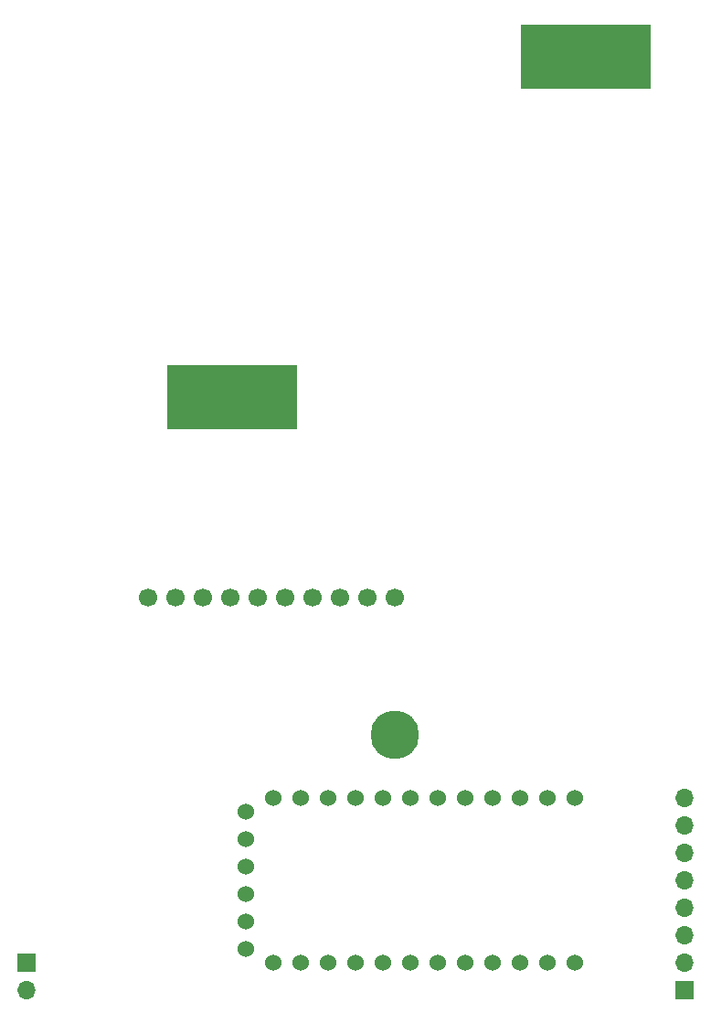
<source format=gbr>
%TF.GenerationSoftware,KiCad,Pcbnew,6.0.2+dfsg-1*%
%TF.CreationDate,2024-07-15T16:46:17+10:00*%
%TF.ProjectId,SWRBridge,53575242-7269-4646-9765-2e6b69636164,2*%
%TF.SameCoordinates,Original*%
%TF.FileFunction,Soldermask,Bot*%
%TF.FilePolarity,Negative*%
%FSLAX46Y46*%
G04 Gerber Fmt 4.6, Leading zero omitted, Abs format (unit mm)*
G04 Created by KiCad (PCBNEW 6.0.2+dfsg-1) date 2024-07-15 16:46:17*
%MOMM*%
%LPD*%
G01*
G04 APERTURE LIST*
%ADD10R,12.000000X6.000000*%
%ADD11C,1.700000*%
%ADD12C,4.500000*%
%ADD13C,1.524000*%
%ADD14R,1.700000X1.700000*%
%ADD15O,1.700000X1.700000*%
G04 APERTURE END LIST*
D10*
%TO.C,T2*%
X115570000Y-92456000D03*
%TD*%
D11*
%TO.C,U5*%
X120555000Y-110991500D03*
X118015000Y-110991500D03*
X128175000Y-110991500D03*
X115475000Y-110991500D03*
X112935000Y-110991500D03*
X110395000Y-110991500D03*
X107855000Y-110991500D03*
X130715000Y-110991500D03*
X123095000Y-110991500D03*
X125635000Y-110991500D03*
D12*
X130715000Y-123691500D03*
%TD*%
D13*
%TO.C,U4*%
X121920000Y-144780000D03*
X124460000Y-144780000D03*
X127000000Y-144780000D03*
X129540000Y-144780000D03*
X132080000Y-144780000D03*
X134620000Y-144780000D03*
X137160000Y-144780000D03*
X147320000Y-129540000D03*
X144780000Y-129540000D03*
X142240000Y-129540000D03*
X139700000Y-129540000D03*
X137160000Y-129540000D03*
X132080000Y-129540000D03*
X129540000Y-129540000D03*
X127000000Y-129540000D03*
X124460000Y-129540000D03*
X121920000Y-129540000D03*
X119380000Y-129540000D03*
X116840000Y-130810000D03*
X116840000Y-133350000D03*
X116840000Y-135890000D03*
X116840000Y-138430000D03*
X116840000Y-140970000D03*
X116840000Y-143510000D03*
X119380000Y-144780000D03*
X139700000Y-144780000D03*
X142240000Y-144780000D03*
X144780000Y-144780000D03*
X147320000Y-144780000D03*
X134620000Y-129540000D03*
%TD*%
D14*
%TO.C,J1*%
X96520000Y-144780000D03*
D15*
X96520000Y-147320000D03*
%TD*%
D14*
%TO.C,J4*%
X157543500Y-147320000D03*
D15*
X157543500Y-144780000D03*
X157543500Y-142240000D03*
X157543500Y-139700000D03*
X157543500Y-137160000D03*
X157543500Y-134620000D03*
X157543500Y-132080000D03*
X157543500Y-129540000D03*
%TD*%
D10*
%TO.C,T1*%
X148399500Y-60896500D03*
%TD*%
M02*

</source>
